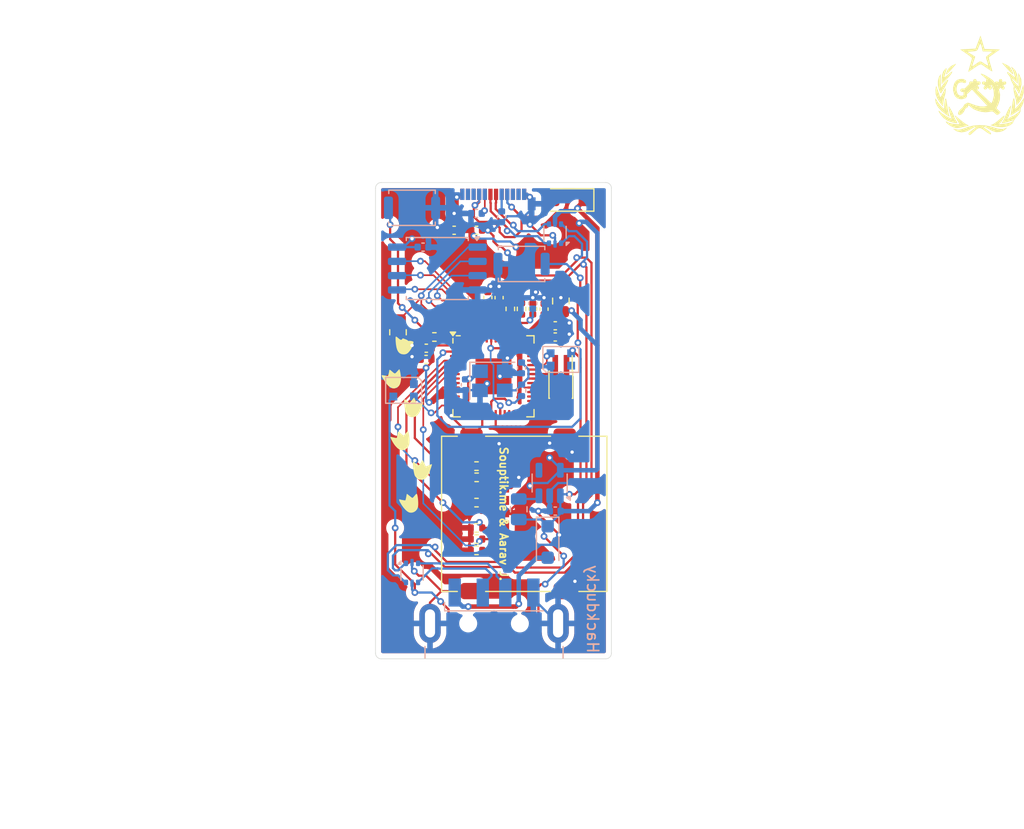
<source format=kicad_pcb>
(kicad_pcb (version 20241229) (generator "pcbnew") (generator_version "9.0")
  (layers (0 "F.Cu" signal) (2 "B.Cu" signal) (13 "F.Paste" user) (15 "B.Paste" user) (5 "F.SilkS" user "F.Silkscreen") (7 "B.SilkS" user "B.Silkscreen") (1 "F.Mask" user) (3 "B.Mask" user) (25 "Edge.Cuts" user))
  (net 0 "")
  (net 1 "GND")
  (net 2 "+1V1")
  (net 3 "+3V3")
  (net 4 "XOUT")
  (net 5 "XIN")
  (net 6 "+5V")
  (net 8 "GP25")
  (net 9 "D+")
  (net 10 "D-")
  (net 11 "Net-(J3-DAT1)")
  (net 12 "Net-(D2-A)")
  (net 13 "Net-(D3-A)")
  (net 14 "Net-(J3-DAT2)")
  (net 18 "Net-(P2-VCONN)")
  (net 19 "Net-(P2-CC)")
  (net 27 "Net-(U4-USB_DP)")
  (net 28 "QSPI_SS")
  (net 29 "Net-(R8-Pad1)")
  (net 30 "Net-(U4-USB_DM)")
  (net 31 "PUSH")
  (net 32 "QSPI_SD3")
  (net 33 "QSPI_SD0")
  (net 34 "QSPI_SD2")
  (net 35 "QSPI_SD1")
  (net 36 "QSPI_SCLK")
  (net 37 "GPIO23")
  (net 38 "GPIO26_ADC3")
  (net 39 "GPIO8")
  (net 40 "GPIO17")
  (net 41 "GPIO24")
  (net 42 "GPIO11")
  (net 43 "RUN")
  (net 44 "GPIO12")
  (net 45 "GPIO13")
  (net 46 "GPIO21")
  (net 47 "GPIO22")
  (net 48 "GPIO14")
  (net 49 "GPIO26_ADC0")
  (net 50 "SWD")
  (net 51 "GPIO9")
  (net 52 "GPIO6")
  (net 53 "GPIO26_ADC1")
  (net 54 "GPIO1")
  (net 55 "GPIO18")
  (net 56 "GPIO10")
  (net 57 "GPIO19")
  (net 58 "GPIO0")
  (net 59 "GPIO15")
  (net 60 "GPIO16")
  (net 61 "GPIO20")
  (net 62 "SWCLK")
  (net 63 "GPIO7")
  (net 64 "Net-(U2-EN)")
  (net 66 "DUPA-")
  (net 67 "DUPA+")
  (net 68 "SD_MISO")
  (net 69 "SD_MOSI")
  (net 70 "SD_CS")
  (net 71 "SD_CLK")
  (net 72 "DUPC-")
  (net 73 "DUPC+")
  (net 74 "Net-(C12-Pad1)")
  (footprint "Resistor_SMD:R_0402_1005Metric" (layer "F.Cu") (at 84.74 77.25)
    (property "Reference" "R8" (hide yes))
    (property "Value" "1k")
  )
  (footprint "LOGO" (layer "F.Cu") (at 82.5 84.75 90)
    (property "Reference" "G***" (hide yes))
    (property "Value" "LOGO" (hide yes))
  )
  (footprint "Resistor_SMD:R_0402_1005Metric" (layer "F.Cu") (at 88.49 95.245)
    (property "Reference" "R17" (hide yes))
    (property "Value" "10k")
  )
  (footprint "Capacitor_SMD:C_0402_1005Metric" (layer "F.Cu") (at 84.02 78.25 180)
    (property "Reference" "C17" (hide yes))
    (property "Value" "100nF")
  )
  (footprint "Capacitor_SMD:C_0805_2012Metric" (layer "F.Cu") (at 96 74.05 -90)
    (property "Reference" "C15" (hide yes))
    (property "Value" "1uF")
  )
  (footprint "Package_DFN_QFN:QFN-56-1EP_7x7mm_P0.4mm_EP3.2x3.2mm" (layer "F.Cu") (at 90 80.75)
    (property "Reference" "U4" (hide yes))
    (property "Value" "RP2040")
  )
  (footprint "Capacitor_SMD:C_0402_1005Metric" (layer "F.Cu") (at 84 79.25 180)
    (property "Reference" "C18" (hide yes))
    (property "Value" "100nF")
  )
  (footprint "kicadlogos:communism" (layer "F.Cu") (at 133.25 55.25)
    (property "Reference" "G***")
    (property "Value" "LOGO" (hide yes))
  )
  (footprint "LOGO" (layer "F.Cu") (at 82.75 65.75)
    (property "Reference" "G***" (hide yes))
    (property "Value" "LOGO" (hide yes))
  )
  (footprint "Connector_USB:USB_C_Plug_Molex_105444" (layer "F.Cu") (at 89.979 64.511)
    (property "Reference" "P2" (hide yes))
    (property "Value" "USB_C_Plug")
  )
  (footprint "Capacitor_SMD:C_0402_1005Metric" (layer "F.Cu") (at 88.5 67.75)
    (property "Reference" "C20" (hide yes))
    (property "Value" "100nF")
  )
  (footprint "Resistor_SMD:R_0402_1005Metric" (layer "F.Cu") (at 92.5 74.75 90)
    (property "Reference" "R22" (hide yes))
    (property "Value" "27.4")
  )
  (footprint "Capacitor_SMD:C_0402_1005Metric" (layer "F.Cu") (at 89.5 73.73 90)
    (property "Reference" "C7" (hide yes))
    (property "Value" "100nF")
  )
  (footprint "Capacitor_SMD:C_0402_1005Metric" (layer "F.Cu") (at 95.5 77.25)
    (property "Reference" "C22" (hide yes))
    (property "Value" "100n")
  )
  (footprint "Resistor_SMD:R_0402_1005Metric" (layer "F.Cu") (at 88.5 89.745)
    (property "Reference" "R20" (hide yes))
    (property "Value" "10k")
  )
  (footprint "Resistor_SMD:R_0805_2012Metric_Pad1.20x1.40mm_HandSolder" (layer "F.Cu") (at 81.5 76.83 90)
    (property "Reference" "R15" (hide yes))
    (property "Value" "DNF")
  )
  (footprint "Resistor_SMD:R_0402_1005Metric" (layer "F.Cu") (at 88.49 94.245)
    (property "Reference" "R18" (hide yes))
    (property "Value" "10k")
  )
  (footprint "Capacitor_SMD:C_0402_1005Metric" (layer "F.Cu") (at 94.5 74.77 90)
    (property "Reference" "C10" (hide yes))
    (property "Value" "1uF")
  )
  (footprint "Connector_Card:microSD_HC_Molex_47219-2001" (layer "F.Cu") (at 92.74 92.995 90)
    (property "Reference" "J3" (hide yes))
    (property "Value" "Micro_SD_Card")
  )
  (footprint "Capacitor_SMD:C_0402_1005Metric" (layer "F.Cu") (at 86.5 67.75 180)
    (property "Reference" "C19" (hide yes))
    (property "Value" "100nF")
  )
  (footprint "Resistor_SMD:R_0402_1005Metric" (layer "F.Cu") (at 91.5 74.75 90)
    (property "Reference" "R7" (hide yes))
    (property "Value" "27.4")
  )
  (footprint "Capacitor_SMD:C_0402_1005Metric" (layer "F.Cu") (at 90.5 73.75 90)
    (property "Reference" "C11" (hide yes))
    (property "Value" "100nF")
  )
  (footprint "LOGO" (layer "F.Cu") (at 81.75 101.25 90)
    (property "Reference" "G***" (hide yes))
    (property "Value" "LOGO" (hide yes))
  )
  (footprint "Connector_PinHeader_1.00mm:PinHeader_2x02_P1.00mm_Vertical_SMD" (layer "F.Cu") (at 96 81.5 -90)
    (property "Reference" "J2" (hide yes))
    (property "Value" "Conn_02x02_Top_Bottom")
  )
  (footprint "Diode_SMD:D_SOD-123F" (layer "F.Cu") (at 96.729 65.051 180)
    (property "Reference" "D2" (hide yes))
    (property "Value" "MBR1020VL" (hide yes))
  )
  (footprint "Resistor_SMD:R_0402_1005Metric" (layer "F.Cu") (at 88.49 91.995)
    (property "Reference" "R19" (hide yes))
    (property "Value" "10k" (hide yes))
  )
  (footprint "Resistor_SMD:R_0402_1005Metric" (layer "F.Cu") (at 88.49 96.245)
    (property "Reference" "R16" (hide yes))
    (property "Value" "10k")
  )
  (footprint "Capacitor_SMD:C_0402_1005Metric" (layer "F.Cu") (at 95.5 76.25)
    (property "Reference" "C21" (hide yes))
    (property "Value" "100nF")
  )
  (footprint "Capacitor_SMD:C_0402_1005Metric" (layer "F.Cu") (at 93.5 74.75 90)
    (property "Reference" "C9" (hide yes))
    (property "Value" "1uF")
  )
  (footprint "Resistor_SMD:R_0402_1005Metric" (layer "F.Cu") (at 88.49 88.745)
    (property "Reference" "R21" (hide yes))
    (property "Value" "10k")
  )
  (footprint "LOGO" (layer "F.Cu") (at 60.25 85)
    (property "Reference" "G***" (hide yes))
    (property "Value" "LOGO" (hide yes))
  )
  (footprint "Capacitor_SMD:C_0402_1005Metric" (layer "B.Cu") (at 87.5 81.5 -90)
    (property "Reference" "C13" (hide yes))
    (property "Value" "15pF")
  )
  (footprint "Capacitor_SMD:C_0402_1005Metric" (layer "B.Cu") (at 92.5 80 -90)
    (property "Reference" "C12" (hide yes))
    (property "Value" "15pF")
  )
  (footprint "Connector_USB:USB_A_CNCTech_1001-011-01101_Horizontal" (layer "B.Cu") (at 90.05 109.65 -90)
    (property "Reference" "J1" (hide yes))
    (property "Value" "USB_A")
  )
  (footprint "Button_Switch_SMD:SW_Push_SPST_NO_Alps_SKRK" (layer "B.Cu") (at 92.5 70.75)
    (property "Reference" "SW4" (hide yes))
    (property "Value" "BOOT_SEL")
  )
  (footprint "Crystal:Crystal_SMD_Abracon_ABM8G-4Pin_3.2x2.5mm" (layer "B.Cu") (at 89.9 81.15)
    (property "Reference" "Y1" (hide yes))
    (property "Value" "Crystal_GND24")
  )
  (footprint "Resistor_SMD:R_0805_2012Metric" (layer "B.Cu") (at 92.25 92.5875 90)
    (property "Reference" "R6" (hide yes))
    (property "Value" "5.1K")
  )
  (footprint "Package_SO:SOIC-8_5.3x5.3mm_P1.27mm" (layer "B.Cu") (at 85 71.155 180)
    (property "Reference" "U1" (hide yes))
    (property "Value" "W25Q16JVSS")
  )
  (footprint "Capacitor_SMD:C_0402_1005Metric" (layer "B.Cu") (at 83.73 69.25)
    (property "Reference" "C16" (hide yes))
    (property "Value" "100n")
  )
  (footprint "Capacitor_SMD:C_0402_1005Metric" (layer "B.Cu") (at 93.5 74.25 90)
    (property "Reference" "C8" (hide yes))
    (property "Value" "100nF")
  )
  (footprint "LED_SMD:LED_WS2812B-2020_PLCC4_2.0x2.0mm" (layer "B.Cu") (at 82 82 180)
    (property "Reference" "D4" (hide yes))
    (property "Value" "WS2812B")
  )
  (footprint "LED_SMD:LED_WS2812B-2020_PLCC4_2.0x2.0mm" (layer "B.Cu") (at 96 79.25)
    (property "Reference" "D1" (hide yes))
    (property "Value" "WS2812B")
  )
  (footprint "Package_TO_SOT_SMD:SOT-666" (layer "B.Cu") (at 95.479 68.051 90)
    (property "Reference" "U5" (hide yes))
    (property "Value" "USBLC6-2P6")
  )
  (footprint "Capacitor_SMD:C_0402_1005Metric" (layer "B.Cu") (at 95.5 92.75 180)
    (property "Reference" "C14" (hide yes))
    (property "Value" "1uF" (hide yes))
  )
  (footprint "Package_TO_SOT_SMD:SOT-666" (layer "B.Cu") (at 82.75 98.25 -90)
    (property "Reference" "U3" (hide yes))
    (property "Value" "USBLC6-2P6")
  )
  (footprint "Capacitor_SMD:C_0402_1005Metric" (layer "B.Cu") (at 90.729 66.551 -90)
    (property "Reference" "R5" (hide yes))
    (property "Value" "5.1K" (hide yes))
  )
  (footprint "Diode_SMD:D_SOD-123F" (layer "B.Cu") (at 94.825 95.5 -90)
    (property "Reference" "D3" (hide yes))
    (property "Value" "MBR1020VL")
  )
  (footprint "Package_TO_SOT_SMD:SOT-23-5" (layer "B.Cu") (at 95 90.25 90)
    (property "Reference" "U2" (hide yes))
    (property "Value" "AP2112K-3.3")
  )
  (footprint "Capacitor_SMD:C_0402_1005Metric" (layer "B.Cu") (at 88.479 66.25 180)
    (property "Reference" "R4" (hide yes))
    (property "Value" "5.1K" (hide yes))
  )
  (footprint "LOGO" (layer "B.Cu") (at 89.25 90.5 180)
    (property "Reference" "G***" (hide yes))
    (property "Value" "LOGO" (hide yes))
  )
  (footprint "Button_Switch_SMD:SW_Push_SPST_NO_Alps_SKRK" (layer "B.Cu") (at 82.75 65.75 180)
    (property "Reference" "SW3" (hide yes))
    (property "Value" "BOOT_SEL")
  )
  (footprint "Resistor_SMD:R_0402_1005Metric" (layer "B.Cu") (at 92.5 82 90)
    (property "Reference" "R9" (hide yes))
    (property "Value" "1k")
  )
  (gr_line (start 79.5 105.4) (end 79.5 64) (stroke (width 0.05)) (layer "Edge.Cuts"))
  (gr_arc (start 80 105.9) (mid 79.646447 105.753553) (end 79.5 105.4) (stroke (width 0.05)) (layer "Edge.Cuts"))
  (gr_line (start 100.5 64) (end 100.5 105.4) (stroke (width 0.05)) (layer "Edge.Cuts"))
  (gr_line (start 100 105.9) (end 80 105.9) (stroke (width 0.05)) (layer "Edge.Cuts"))
  (gr_arc (start 79.5 64) (mid 79.646447 63.646447) (end 80 63.5) (stroke (width 0.05)) (layer "Edge.Cuts"))
  (gr_arc (start 100.5 105.4) (mid 100.353553 105.753553) (end 100 105.9) (stroke (width 0.05)) (layer "Edge.Cuts"))
  (gr_arc (start 100 63.5) (mid 100.353553 63.646447) (end 100.5 64) (stroke (width 0.05)) (layer "Edge.Cuts"))
  (gr_line (start 80 63.5) (end 100 63.5) (stroke (width 0.05)) (layer "Edge.Cuts"))
  (gr_text "Souptik.me & Aarav J." (at 90.5 93 -90) (layer "F.SilkS") (effects (font (size 0.7 0.7)) (justify bottom)))
  (gr_text "Hackducky\n" (at 98.25 105.5 270) (layer "B.SilkS") (effects (font (size 1 1)) (justify left bottom mirror)))
  (segment (start 83.02 78.25) (end 82.77 78) (width 0.2) (layer "F.Cu") (net 1))
  (segment (start 90.64 90.7) (end 91.59 90.7) (width 0.2) (layer "F.Cu") (net 1))
  (segment (start 90.45 69.2) (end 90.7 69.2) (width 0.2) (layer "F.Cu") (net 1))
  (segment (start 96.34 86.16) (end 96.34 86.12) (width 0.2) (layer "F.Cu") (net 1))
  (segment (start 82.77 78) (end 82.75 78) (width 0.2) (layer "F.Cu") (net 1))
  (segment (start 84.35 100.89) (end 85.37 99.87) (width 0.2) (layer "F.Cu") (net 1))
  (segment (start 89 84.1875) (end 89 85.16) (width 0.2) (layer "F.Cu") (net 1))
  (segment (start 94.22373 68.19973) (end 93.25 67.226) (width 0.2) (layer "F.Cu") (net 1))
  (segment (start 96.34 86.12) (end 96.34 86.84) (width 0.2) (layer "F.Cu") (net 1))
  (segment (start 90.5 73.27) (end 90.5 72.75) (width 0.2) (layer "F.Cu") (net 1))
  (segment (start 97.25 99) (end 97.21 99) (width 0.2) (layer "F.Cu") (net 1))
  (segment (start 86.559 65.391) (end 86.559 66.191) (width 0.3) (layer "F.Cu") (net 1))
  (segment (start 92.729 64.551) (end 92.979 64.551) (width 0.3) (layer "F.Cu") (net 1))
  (segment (start 82.948326 98.098857) (end 83.349469 98.5) (width 0.2) (layer "F.Cu") (net 1))
  (segment (start 95.98 77.25) (end 96.5 77.25) (width 0.2) (layer "F.Cu") (net 1))
  (segment (start 96.5 77.25) (end 96.75 77) (width 0.2) (layer "F.Cu") (net 1))
  (segment (start 87.76 100.5) (end 87.700435 100.5) (width 0.15) (layer "F.Cu") (net 1))
  (segment (start 86.02 67.75) (end 85.25 67.75) (width 0.2) (layer "F.Cu") (net 1))
  (segment (start 89.5 73) (end 89.75 72.75) (width 0.2) (layer "F.Cu") (net 1))
  (segment (start 86.559 64.971) (end 86.729 64.801) (width 0.3) (layer "F.Cu") (net 1))
  (segment (start 95.875 94.875) (end 94 93) (width 0.2) (layer "F.Cu") (net 1))
  (segment (start 85.25 67.75) (end 85 67.5) (width 0.2) (layer "F.Cu") (net 1))
  (segment (start 89.87 86.12) (end 90.5 86.75) (width 0.2) (layer "F.Cu") (net 1))
  (segment (start 87.229 64.551) (end 86.979 64.551) (width 0.3) (layer "F.Cu") (net 1))
  (segment (start 83.52 79.25) (end 83.02 79.25) (width 0.2) (layer "F.Cu") (net 1))
  (segment (start 95.275342 68.19973) (end 94.22373 68.19973) (width 0.2) (layer "F.Cu") (net 1))
  (segment (start 91.59 90.7) (end 92.25 90.04) (width 0.2) (layer "F.Cu") (net 1))
  (segment (start 87.700435 100.5) (end 87.51 100.309565) (width 0.15) (layer "F.Cu") (net 1))
  (segment (start 83.02 79.25) (end 82.77 79) (width 0.2) (layer "F.Cu") (net 1))
  (segment (start 90 68.25) (end 90 68.75) (width 0.2) (layer "F.Cu") (net 1))
  (segment (start 97.21 99) (end 96.34 99.87) (width 0.2) (layer "F.Cu") (net 1))
  (segment (start 89.5 67.75) (end 88.98 67.75) (width 0.2) (layer "F.Cu") (net 1))
  (segment (start 83.54 78.25) (end 83.02 78.25) (width 0.2) (layer "F.Cu") (net 1))
  (segment (start 86.25 84.25) (end 86.25 84.33) (width 0.2) (layer "F.Cu") (net 1))
  (segment (start 90.7 69.2) (end 91.25 69.75) (width 0.2) (layer "F.Cu") (net 1))
  (segment (start 86.559 66.191) (end 86.5 66.25) (width 0.3) (layer "F.Cu") (net 1))
  (segment (start 92.979 64.551) (end 93.229 64.801) (width 0.3) (layer "F.Cu") (net 1))
  (segment (start 88.04 86.12) (end 89.87 86.12) (width 0.2) (layer "F.Cu") (net 1))
  (segment (start 86.559 65.391) (end 86.559 64.971) (width 0.3) (layer "F.Cu") (net 1))
  (segment (start 84 98.5) (end 85.37 99.87) (width 0.2) (layer "F.Cu") (net 1))
  (segment (start 95.75 100.46) (end 96.34 99.87) (width 0.2) (layer "F.Cu") (net 1))
  (segment (start 94.5 74.29) (end 94.5 73.75) (width 0.2) (layer "F.Cu") (net 1))
  (segment (start 84.35 102.75) (end 84.35 100.89) (width 0.2) (layer "F.Cu") (net 1))
  (segment (start 85.37 99.87) (end 88.04 99.87) (width 0.2) (layer "F.Cu") (net 1))
  (segment (start 86.979 64.551) (end 86.729 64.801) (width 0.3) (layer "F.Cu") (net 1))
  (segment (start 89.924998 81.400002) (end 90.575 80.75) (width 0.2) (layer "F.Cu") (net 1))
  (segment (start 94 93) (end 94 92.75) (width 0.2) (layer "F.Cu") (net 1))
  (segment (start 95.98 76.25) (end 96.5 76.25) (width 0.2) (layer "F.Cu") (net 1))
  (segment (start 96.34 86.84) (end 97 87.5) (width 0.2) (layer "F.Cu") (net 1))
  (segment (start 96.5 76.25) (end 96.75 76) (width 0.2) (layer "F.Cu") (net 1))
  (segment (start 89.425 81.400002) (end 89.924998 81.400002) (width 0.2) (layer "F.Cu") (net 1))
  (segment (start 89.5 67.75) (end 90 68.25) (width 0.2) (layer "F.Cu") (net 1))
  (segment (start 95.700735 86.700735) (end 96.24147 86.16) (width 0.2) (layer "F.Cu") (net 1))
  (segment (start 93.5 74.27) (end 93.5 73.75) (width 0.2) (layer "F.Cu") (net 1))
  (segment (start 90 68.75) (end 90.45 69.2) (width 0.2) (layer "F.Cu") (net 1))
  (segment (start 95.75 102.75) (end 95.75 100.46) (width 0.2) (layer "F.Cu") (net 1))
  (segment (start 89 85.16) (end 88.04 86.12) (width 0.2) (layer "F.Cu") (net 1))
  (segment (start 92.25 90.04) (end 92.25 89.75) (width 0.2) (layer "F.Cu") (net 1))
  (segment (start 83.349469 98.5) (end 84 98.5) (width 0.2) (layer "F.Cu") (net 1))
  (segment (start 82.77 79) (end 82.75 79) (width 0.2) (layer "F.Cu") (net 1))
  (segment (start 89.5 73.25) (end 89.5 73) (width 0.2) (layer "F.Cu") (net 1))
  (segment (start 86.25 84.33) (end 88.04 86.12) (width 0.2) (layer "F.Cu") (net 1))
  (segment (start 95 86.700735) (end 95.700735 86.700735) (width 0.2) (layer "F.Cu") (net 1))
  (segment (start 96.24147 86.16) (end 96.34 86.16) (width 0.2) (layer "F.Cu") (net 1))
  (segment (start 96 73.75) (end 96 73.1) (width 0.2) (layer "F.Cu") (net 1))
  (via (at 90.5 72.75) (size 0.6) (drill 0.3) (layers "F.Cu" "B.Cu") (net 1))
  (via (at 97.25 99) (size 0.6) (drill 0.3) (layers "F.Cu" "B.Cu") (net 1))
  (via (at 93.229 64.801) (size 0.6) (drill 0.3) (layers "F.Cu" "B.Cu") (net 1))
  (via (at 96 73.75) (size 0.6) (drill 0.3) (layers "F.Cu" "B.Cu") (net 1))
  (via (at 93.5 73.75) (size 0.6) (drill 0.3) (layers "F.Cu" "B.Cu") (net 1))
  (via (at 82.75 78) (size 0.6) (drill 0.3) (layers "F.Cu" "B.Cu") (net 1))
  (via (at 92.25 89.75) (size 0.6) (drill 0.3) (layers "F.Cu" "B.Cu") (net 1))
  (via (at 94.5 73.75) (size 0.6) (drill 0.3) (layers "F.Cu" "B.Cu") (net 1))
  (via (at 95 86.700735) (size 0.6) (drill 0.3) (layers "F.Cu" "B.Cu") (net 1))
  (via (at 91.25 69.75) (size 0.6) (drill 0.3) (layers "F.Cu" "B.Cu") (net 1))
  (via (at 91.24 79.13) (size 0.6) (drill 0.3) (layers "F.Cu" "B.Cu") (net 1))
  (via (at 90.575 80.75) (size 0.6) (drill 0.3) (layers "F.Cu" "B.Cu") (net 1))
  (via (at 86.5 66.25) (size 0.6) (drill 0.3) (layers "F.Cu" "B.Cu") (net 1))
  (via (at 89.75 72.75) (size 0.6) (drill 0.3) (layers "F.Cu" "B.Cu") (net 1))
  (via (at 96.75 77) (size 0.6) (drill 0.3) (layers "F.Cu" "B.Cu") (net 1))
  (via (at 86.729 64.801) (size 0.6) (drill 0.3) (layers "F.Cu" "B.Cu") (net 1))
  (via (at 90.5 86.75) (size 0.6) (drill 0.3) (layers "F.Cu" "B.Cu") (net 1))
  (via (at 96.75 76) (size 0.6) (drill 0.3) (layers "F.Cu" "B.Cu") (net 1))
  (via (at 86.25 84.25) (size 0.6) (drill 0.3) (layers "F.Cu" "B.Cu") (net 1))
  (via (at 89.5 67.75) (size 0.6) (drill 0.3) (layers "F.Cu" "B.Cu") (net 1))
  (via (at 85 67.5) (size 0.6) (drill 0.3) (layers "F.Cu" "B.Cu") (net 1))
  (via (at 97 87.5) (size 0.6) (drill 0.3) (layers "F.Cu" "B.Cu") (net 1))
  (via (at 82.75 79) (size 0.6) (drill 0.3) (layers "F.Cu" "B.Cu") (net 1))
  (via (at 95.275342 68.19973) (size 0.6) (drill 0.3) (layers "F.Cu" "B.Cu") (net 1))
  (via (at 94 92.75) (size 0.6) (drill 0.3) (layers "F.Cu" "B.Cu") (net 1))
  (via (at 95.875 94.875) (size 0.6) (drill 0.3) (layers "F.Cu" "B.Cu") (net 1))
  (via (at 93.75 73.25) (size 0.6) (drill 0.3) (layers "F.Cu" "B.Cu") (net 1))
  (via (at 93.25 67.226) (size 0.6) (drill 0.3) (layers "F.Cu" "B.Cu") (net 1))
  (via (at 82.948326 98.098857) (size 0.6) (drill 0.3) (layers "F.Cu" "B.Cu") (net 1))
  (via (at 89.425 81.400002) (size 0.6) (drill 0.3) (layers "F.Cu" "B.Cu") (net 1))
  (segment (start 85 67.5) (end 84.75 67.25) (width 0.2) (layer "B.Cu") (net 1))
  (segment (start 93.5 73.5) (end 93.75 73.25) (width 0.2) (layer "B.Cu") (net 1))
  (segment (start 94.950735 86.75) (end 90.5 86.75) (width 0.2) (layer "B.Cu") (net 1))
  (segment (start 93.5 73.75) (end 93.5 73.5) (width 0.2) (layer "B.Cu") (net 1))
  (segment (start 91.24 78.76) (end 91.25 78.75) (width 0.2) (layer "B.Cu") (net 1))
  (segment (start 97 87.5) (end 97 87.75) (width 0.2) (layer "B.Cu") (net 1))
  (segment (start 97.5 96.5) (end 97.5 98.75) (width 0.2) (layer "B.Cu") (net 1))
  (segment (start 93.399 65.391) (end 93.399 64.971) (width 0.3) (layer "B.Cu") (net 1))
  (segment (start 93.55 100) (end 93.55 100.55) (width 0.2) (layer "B.Cu") (net 1))
  (segment (start 92.25 89.75) (end 92.25 88.5) (width 0.2) (layer "B.Cu") (net 1))
  (segment (start 87.5 84.25) (end 86.25 84.25) (width 0.2) (layer "B.Cu") (net 1))
  (segment (start 97.5 98.75) (end 97.25 99) (width 0.2) (layer "B.Cu") (net 1))
  (segment (start 95.02 92.75) (end 94 92.75) (width 0.2) (layer "B.Cu") (net 1))
  (segment (start 93.399 64.971) (end 93.229 64.801) (width 0.3) (layer "B.Cu") (net 1))
  (segment (start 91.24 80.06) (end 91 80.3) (width 0.2) (layer "B.Cu") (net 1))
  (segment (start 90.729 67.031) (end 91.25 66.51) (width 0.2) (layer "B.Cu") (net 1))
  (segment (start 86.979 64.551) (end 86.729 64.801) (width 0.3) (layer "B.Cu") (net 1))
  (segment (start 96.25 95.75) (end 95.75 95.75) (width 0.2) (layer "B.Cu") (net 1))
  (segment (start 90.719 67.031) (end 90.729 67.031) (width 0.2) (layer "B.Cu") (net 1))
  (segment (start 95 86.700735) (end 94.950735 86.75) (width 0.2) (layer "B.Cu") (net 1))
  (segment (start 92.5 80.48) (end 91.18 80.48) (width 0.2) (layer "B.Cu") (net 1))
  (segment (start 95 91.3875) (end 95 91) (width 0.2) (layer "B.Cu") (net 1))
  (segment (start 95 91) (end 95.5 90.5) (width 0.2) (layer "B.Cu") (net 1))
  (segment (start 89.5 67.75) (end 90 67.75) (width 0.2) (layer "B.Cu") (net 1))
  (segment (start 93.25 65.54) (end 93.399 65.391) (width 0.2) (layer "B.Cu") (net 1))
  (segment (start 95.02 92.75) (end 95.02 91.4075) (width 0.2) (layer "B.Cu") (net 1))
  (segment (start 92.75 66.5) (end 93.25 66) (width 0.2) (layer "B.Cu") (net 1))
  (segment (start 88.8 82) (end 88.825002 82) (width 0.2) (layer "B.Cu") (net 1))
  (segment (start 95.479 68.403388) (end 95.275342 68.19973) (width 0.2) (layer "B.Cu") (net 1))
  (segment (start 96.5 95.5) (end 97.5 96.5) (width 0.2) (layer "B.Cu") (net 1))
  (segment (start 93.55 100.55) (end 95.75 102.75) (width 0.2) (layer "B.Cu") (net 1))
  (segment (start 91 80.325) (end 90.575 80.75) (width 0.2) (layer "B.Cu") (net 1))
  (segment (start 93.25 66) (end 93.25 65.54) (width 0.2) (layer "B.Cu") (net 1))
  (segment (start 97 87.75) (end 97.25 88) (width 0.2) (layer "B.Cu") (net 1))
  (segment (start 87.5 81.98) (end 88.78 81.98) (width 0.2) (layer "B.Cu") (net 1))
  (segment (start 87.229 64.551) (end 86.979 64.551) (width 0.3) (layer "B.Cu") (net 1))
  (segment (start 95.479 69.174358) (end 95.479 68.976) (width 0.2) (layer "B.Cu") (net 1))
  (segment (start 92.75 66.5) (end 93.25 67) (width 0.2) (layer "B.Cu") (net 1))
  (segment (start 92.729 64.551) (end 92.979 64.551) (width 0.3) (layer "B.Cu") (net 1))
  (segment (start 91.24 79.13) (end 91.24 80.06) (width 0.2) (layer "B.Cu") (net 1))
  (segment (start 88.825002 82) (end 89.425 81.400002) (width 0.2) (layer "B.Cu") (net 1))
  (segment (start 93.25 67) (end 93.25 67.226) (width 0.2) (layer "B.Cu") (net 1))
  (segment (start 84.75 69.25) (end 85.25 69.75) (width 0.2) (layer "B.Cu") (net 1))
  (segment (start 91 80.3) (end 91 80.325) (width 0.2) (layer "B.Cu") (net 1))
  (segment (start 88.78 81.98) (end 88.8 82) (width 0.2) (layer "B.Cu") (net 1))
  (segment (start 95.875 94.875) (end 96.5 95.5) (width 0.2) (layer "B.Cu") (net 1))
  (segment (start 84.21 69.25) (end 84.21 69.31865) (width 0.2) (layer "B.Cu") (net 1))
  (segment (start 95.479 68.976) (end 95.479 68.403388) (width 0.2) (layer "B.Cu") (net 1))
  (segment (start 95.5 90.5) (end 95.75 90.25) (width 0.2) (layer "B.Cu") (net 1))
  (segment (start 88.8 82.95) (end 87.5 84.25) (width 0.2) (layer "B.Cu") (net 1))
  (segment (start 91.25 66.51) (end 91.25 66.5) (width 0.2) (layer "B.Cu") (net 1))
  (segment (start 91.25 66.5) (end 92.75 66.5) (width 0.2) (layer "B.Cu") (net 1))
  (segment (start 93.25 67.226) (end 93.25 66) (width 0.2) (layer "B.Cu") (net 1))
  (segment (start 95.75 90.25) (end 97 90.25) (width 0.2) (layer "B.Cu") (net 1))
  (segment (start 90 67.75) (end 90.719 67.031) (width 0.2) (layer "B.Cu") (net 1))
  (segment (start 95.02 91.4075) (end 95 91.3875) (width 0.2) (layer "B.Cu") (net 1))
  (segment (start 91.18 80.48) (end 91 80.3) (width 0.2) (layer "B.Cu") (net 1))
  (segment (start 88.8 82) (end 88.8 82.95) (width 0.2) (layer "B.Cu") (net 1))
  (segment (start 84.21 69.25) (end 84.75 69.25) (width 0.2) (layer "B.Cu") (net 1))
  (segment (start 84.75 67.25) (end 84.75 67) (width 0.2) (layer "B.Cu") (net 1))
  (segment (start 91.24 79.13) (end 91.24 78.76) (width 0.2) (layer "B.Cu") (net 1))
  (segment (start 96.5 95.5) (end 96.25 95.75) (width 0.2) (layer "B.Cu") (net 1))
  (segment (start 92.979 64.551) (end 93.229 64.801) (width 0.3) (layer "B.Cu") (net 1))
  (segment (start 82.75 97.900531) (end 82.948326 98.098857) (width 0.2) (layer "B.Cu") (net 1))
  (segment (start 82.75 97.325) (end 82.75 97.900531) (width 0.2) (layer "B.Cu") (net 1))
  (segment (start 95.75 95.75) (end 93.5 95.75) (width 0.2) (layer "B.Cu") (net 1))
  (segment (start 93.5 75.49326) (end 93.24663 75.74663) (width 0.2) (layer "F.Cu") (net 2))
  (segment (start 93.24663 75.74663) (end 93.24663 75.75337) (width 0.2) (layer "F.Cu") (net 2))
  (segment (start 89.8 78.2) (end 89.75 78.25) (width 0.15) (layer "F.Cu") (net 2))
  (segment (start 93 76) (end 92.5 76) (width 0.2) (layer "F.Cu") (net 2))
  (segment (start 91.8 78.2) (end 91.75 78.25) (width 0.2) (layer "F.Cu") (net 2))
  (segment (start 90.6 84.1875) (end 90.6 83.375923) (width 0.2) (layer "F.Cu") (net 2))
  (segment (start 91.75 78.25) (end 89.75 78.25) (width 0.2) (layer "F.Cu") (net 2))
  (segment (start 89.8 77.3125) (end 89.8 78.2) (width 0.15) (layer "F.Cu") (net 2))
  (segment (start 91.8 77.3125) (end 91.8 78.2) (width 0.2) (layer "F.Cu") (net 2))
  (segment (start 93.24663 75.75337) (end 93 76) (width 0.2) (layer "F.Cu") (net 2))
  (segment (start 89.8 75.8) (end 89.8 77.3125) (width 0.2) (layer "F.Cu") (net 2))
  (segment (start 93.5 75.23) (end 93.5 75.49326) (width 0.2) (layer "F.Cu") (net 2))
  (segment (start 92.5 76) (end 91.8 76.7) (width 0.2) (layer "F.Cu") (net 2))
  (segment (start 89.5 74.21) (end 89.5 75.5) (width 0.2) (layer "F.Cu") (net 2))
  (segment (start 89.5 75.5) (end 89.8 75.8) (width 0.2) (layer "F.Cu") (net 2))
  (segment (start 90.6 83.375923) (end 90.605458 83.370465) (width 0.2) (layer "F.Cu") (net 2))
  (segment (start 91.8 76.7) (end 91.8 77.3125) (width 0.2) (layer "F.Cu") (net 2))
  (via (at 89.75 78.25) (size 0.6) (drill 0.3) (layers "F.Cu" "B.Cu") (net 2))
  (via (at 93.24663 75.74663) (size 0.6) (drill 0.3) (layers "F.Cu" "B.Cu") (net 2))
  (via (at 90.605458 83.370465) (size 0.6) (drill 0.3) (layers "F.Cu" "B.Cu") (net 2))
  (segment (start 90 79.75) (end 90 82.765007) (width 0.15) (layer "B.Cu") (net 2))
  (segment (start 90 82.765007) (end 90.605458 83.370465) (width 0.15) (layer "B.Cu") (net 2))
  (segment (start 89.75 79.5) (end 90 79.75) (width 0.15) (layer "B.Cu") (net 2))
  (segment (start 93.5 74.73) (end 93.5 75.49326) (width 0.2) (layer "B.Cu") (net 2))
  (segment (start 93.5 75.49326) (end 93.24663 75.74663) (width 0.2) (layer "B.Cu") (net 2))
  (segment (start 89.75 78.25) (end 89.75 79.5) (width 0.15) (layer "B.Cu") (net 2))
  (segment (start 90.6 75.45) (end 90.2 75.85) (width 0.2) (layer "F.Cu") (net 3))
  (segment (start 87.98 91.995) (end 88.885 92.9) (width 0.2) (layer "F.Cu") (net 3))
  (segment (start 92.25 70) (end 92 70.25) (width 0.2) (layer "F.Cu") (net 3))
  (segment (start 94.5 77.25) (end 95.02 77.25) (width 0.3) (layer "F.Cu") (net 3))
  (segment (start 92.25 70) (end 92.25 69.5) (width 0.2) (layer "F.Cu") (net 3))
  (segment (start 95.02 77.25) (end 95.02 77.27) (width 0.2) (layer "F.Cu") (net 3))
  (segment (start 95.02 76.25) (end 95.02 77.25) (width 0.2) (layer "F.Cu") (net 3))
  (segment (start 92.6 77.3125) (end 94.5 75.4125) (width 0.3) (layer "F.Cu") (net 3))
  (segment (start 90.6 75) (end 90.6 77.3125) (width 0.2) (layer "F.Cu") (net 3))
  (segment (start 84.48 79.25) (end 84.48 79.02) (width 0.2) (layer "F.Cu") (net 3))
  (segment (start 85.5 81.75) (end 86.5625 81.75) (width 0.2) (layer "F.Cu") (net 3))
  (segment (start 90.52 74.23) (end 90.5 74.23) (width 0.2) (layer "F.Cu") (net 3))
  (segment (start 93 91.192) (end 91.292 92.9) (width 0.2) (layer "F.Cu") (net 3))
  (segment (start 84.275 83.071268) (end 84.4 82.946268) (width 0.2) (layer "F.Cu") (net 3))
  (segment (start 94.5 75.4125) (end 94.5 75.25) (width 0.3) (layer "F.Cu") (net 3))
  (segment (start 90.6 75) (end 90.6 74.33) (width 0.2) (layer "F.Cu") (net 3))
  (segment (start 84.5 79) (end 84.5 79.23) (width 0.2) (layer "F.Cu") (net 3))
  (segment (start 93.14375 77.85625) (end 93.89375 77.85625) (width 0.3) (layer "F.Cu") (net 3))
  (segment (start 96.75 69.5) (end 96.25 70) (width 0.2) (layer "F.Cu") (net 3))
  (segment (start 84.4 82.85) (end 85.5 81.75) (width 0.2) (layer "F.Cu") (net 3))
  (segment (start 92 72) (end 91.111 72.889) (width 0.2) (layer "F.Cu") (net 3))
  (segment (start 92.6 77.3125) (end 92.251 77.3125) (width 0.3) (layer "F.Cu") (net 3))
  (segment (start 90.6 75) (end 90.6 75.45) (width 0.2) (layer "F.Cu") (net 3))
  (segment (start 91.292 92.9) (end 90.64 92.9) (width 0.2) (layer "F.Cu") (net 3))
  (segment (start 92 70.25) (end 92 72) (width 0.2) (layer "F.Cu") (net 3))
  (segment (start 95.75 75.25) (end 96 75) (width 0.3) (layer "F.Cu") (net 3))
  (segment (start 88.885 92.9) (end 90.64 92.9) (width 0.2) (layer "F.Cu") (net 3))
  (segment (start 95 88) (end 93 86) (width 0.2) (layer "F.Cu") (net 3))
  (segment (start 94.5 75.25) (end 95.75 75.25) (width 0.3) (layer "F.Cu") (net 3))
  (segment (start 93 86) (end 91 86) (width 0.2) (layer "F.Cu") (net 3))
  (segment (start 91.111 72.889) (end 91.111 73.639) (width 0.2) (layer "F.Cu") (net 3))
  (segment (start 93 90.75) (end 93 91.192) (width 0.2) (layer "F.Cu") (net 3))
  (segment (start 92.5 78.25) (end 93.01875 77.73125) (width 0.15) (layer "F.Cu") (net 3))
  (segment (start 96.95 74.9) (end 96.85 75) (width 0.3) (layer "F.Cu") (net 3))
  (segment (start 96.85 75) (end 96 75) (width 0.3) (layer "F.Cu") (net 3))
  (segment (start 86.4125 78) (end 86.5625 78.15) (width 0.2) (layer "F.Cu") (net 3))
  (segment (start 93.25 90.5) (end 93 90.75) (width 0.2) (layer "F.Cu") (net 3))
  (segment (start 84.75 78) (end 86.4125 78) (width 0.2) (layer "F.Cu") (net 3))
  (segment (start 88.25 68.25) (end 88.25 67.98) (width 0.2) (layer "F.Cu") (net 3))
  (segment (start 90.2 85.2) (end 90.2 84.1875) (width 0.2) (layer "F.Cu") (net 3))
  (segment (start 90.6 74.33) (end 90.5 74.23) (width 0.2) (layer "F.Cu") (net 3))
  (segment (start 84.48 79.52) (end 84.48 79.25) (width 0.2) (layer "F.Cu") (net 3))
  (segment (start 88.25 67.98) (end 88.02 67.75) (width 0.2) (layer "F.Cu") (net 3))
  (segment (start 92.75 81.75) (end 92.5 81.5) (width 0.15) (layer "F.Cu") (net 3))
  (segment (start 84.6 78.15) (end 84.75 78) (width 0.2) (layer "F.Cu") (net 3))
  (segment (start 93.3865 78.099) (end 93.4375 78.099) (width 0.3) (layer "F.Cu") (net 3))
  (segment (start 96.75 68) (end 96.75 69.5) (width 0.2) (layer "F.Cu") (net 3))
  (segment (start 91.111 73.639) (end 90.52 74.23) (width 0.2) (layer "F.Cu") (net 3))
  (segment (start 93.4375 81.75) (end 92.75 81.75) (width 0.15) (layer "F.Cu") (net 3))
  (segment (start 93.89375 77.85625) (end 94.5 77.25) (width 0.3) (layer "F.Cu") (net 3))
  (segment (start 92.5 81.5) (end 92.5 78.25) (width 0.15) (layer "F.Cu") (net 3))
  (segment (start 84.4 82.946268) (end 84.4 82.85) (width 0.2) (layer "F.Cu") (net 3))
  (segment (start 96.25 70) (end 92.25 70) (width 0.2) (layer "F.Cu") (net 3))
  (segment (start 91 86) (end 90.2 85.2) (width 0.2) (layer "F.Cu") (net 3))
  (segment (start 90.2 75.85) (end 90.2 77.3125) (width 0.2) (layer "F.Cu") (net 3))
  (segment (start 93.01875 77.73125) (end 93.14375 77.85625) (width 0.3) (layer "F.Cu") (net 3))
  (segment (start 93.14375 77.85625) (end 93.3865 78.099) (width 0.3) (layer "F.Cu") (net 3))
  (segment (start 92.25 69.5) (end 92 69.25) (width 0.2) (layer "F.Cu") (net 3))
  (segment (start 97.625 67.125) (end 96.75 68) (width 0.2) (layer "F.Cu") (net 3))
  (segment (start 84.48 79.02) (end 84.5 79) (width 0.2) (layer "F.Cu") (net 3))
  (segment (start 95.02 77.27) (end 95.5 77.75) (width 0.2) (layer "F.Cu") (net 3))
  (segment (start 84.5 78.25) (end 84.5 79) (width 0.2) (layer "F.Cu") (net 3))
  (segment (start 84 80) (end 84.48 79.52) (width 0.2) (layer "F.Cu") (net 3))
  (segment (start 92.6 77.3125) (end 93.01875 77.73125) (width 0.3) (layer "F.Cu") (net 3))
  (segment (start 88.02 67.75) (end 86.98 67.75) (width 0.2) (layer "F.Cu") (net 3))
  (via (at 92 69.25) (size 0.6) (drill 0.3) (layers "F.Cu" "B.Cu") (net 3))
  (via (at 93.25 90.5) (size 0.6) (drill 0.3) (layers "F.Cu" "B.Cu") (net 3))
  (via (at 82.75 68.5) (size 0.6) (drill 0.3) (layers "F.Cu" "B.Cu") (net 3))
  (via (at 95 88) (size 0.6) (drill 0.3) (layers "F.Cu" "B.Cu") (net 3))
  (via (at 84 80) (size 0.6) (drill 0.3) (layers "F.Cu" "B.Cu") (net 3))
  (via (at 84.275 83.071268) (size 0.6) (drill 0.3) (layers "F.Cu" "B.Cu") (net 3))
  (via (at 97.625 67.125) (size 0.6) (drill 0.3) (layers "F.Cu" "B.Cu") (net 3))
  (via (at 96.95 74.9) (size 0.6) (drill 0.3) (layers "F.Cu" "B.Cu") (net 3))
  (via (at 88.25 68.25) (size 0.6) (drill 0.3) (layers "F.Cu" "B.Cu") (net 3))
  (segment (start 88.25 68.25) (end 88.5 68.5) (width 0.2) (layer "B.Cu") (net 3))
  (segment (start 99.25 68) (end 99.25 78) (width 0.4) (layer "B.Cu") (net 3))
  (segment (start 99.25 78) (end 99.25 89) (width 0.4) (layer "B.Cu") (net 3))
  (segment (start 96.95 74.9) (end 96.95 74.95) (width 0.4) (layer "B.Cu") (net 3))
  (segment (start 97.75 67) (end 98.25 67) (width 0.4) (layer "B.Cu") (net 3))
  (segment (start 99.25 89) (end 99.1375 89.1125) (width 0.4) (layer "B.Cu") (net 3))
  (segment (start 81.4125 69.25) (end 82 69.25) (width 0.2) (layer "B.Cu") (net 3))
  (segment (start 88.5 68.5) (end 90 68.5) (width 0.2) (layer "B.Cu") (net 3))
  (segment (start 95 88) (end 95.95 88.95) (width 0.2) (layer "B.Cu") (net 3))
  (segment (start 97.75 75.75) (end 97.75 76.5) (width 0.4) (layer "B.Cu") (net 3))
  (segment (start 82 69.25) (end 82.75 68.5) (width 0.2) (layer "B.Cu") (net 3))
  (segment (start 97.75 76.5) (end 99.25 78) (width 0.4) (layer "B.Cu") (net 3))
  (segment (start 81.4125 69.25) (end 83.25 69.25) (width 0.2) (layer "B.Cu") (net 3))
  (segment (start 95.95 88.95) (end 95.95 89.1125) (width 0.2) (layer "B.Cu") (net 3))
  (segment (start 98.25 67) (end 99.25 68) (width 0.4) (layer "B.Cu") (net 3))
  (segment (start 93.25 90.5) (end 93.5 90.25) (width 0.2) (layer "B.Cu") (net 3))
  (segment (start 84.275 83.071268) (end 84.071268 83.071268) (width 0.2) (layer "B.Cu") (net 3))
  (segment (start 93.5 90.25) (end 94.8125 90.25) (width 0.2) (layer "B.Cu") (net 3))
  (segment (start 99.1375 89.1125) (end 95.95 89.1125) (width 0.4) (layer "B.Cu") (net 3))
  (segment (start 84 83) (end 84 80) (width 0.2) (layer "B.Cu") (net 3))
  (segment (start 90.25 68.75) (end 91.5 68.75) (width 0.2) (layer "B.Cu") (net 3))
  (segment (start 91.5 68.75) (end 92 69.25) (width 0.2) (layer "B.Cu") (net 3))
  (segment (start 96.95 74.95) (end 97.75 75.75) (width 0.4) (layer "B.Cu") (net 3))
  (segment (start 90 68.5) (end 90.25 68.75) (width 0.2) (layer "B.Cu") (net 3))
  (segment (start 84.071268 83.071268) (end 84 83) (width 0.2) (layer "B.Cu") (net 3))
  (segment (start 97.625 67.125) (end 97.75 67) (width 0.4) (layer "B.Cu") (net 3))
  (segment (start 94.8125 90.25) (end 95.95 89.1125) (width 0.2) (layer "B.Cu") (net 3))
  (segment (start 89.8 83.007109) (end 89.8 84.1875) (width 0.2) (layer "F.Cu") (net 4))
  (segment (start 90.057109 82.75) (end 89.8 83.007109) (width 0.2) (layer "F.Cu") (net 4))
  (segment (start 91.358353 83.100002) (end 91.008351 82.75) (width 0.2) (layer "F.Cu") (net 4))
  (segment (start 91.008351 82.75) (end 90.057109 82.75) (width 0.2) (layer "F.Cu") (net 4))
  (via (at 91.358353 83.100002) (size 0.6) (drill 0.3) (layers "F.Cu" "B.Cu") (net 4))
  (segment (start 91.358353 83.100002) (end 91.909998 83.100002) (width 0.2) (layer "B.Cu") (net 4))
  (segment (start 91.909998 83.100002) (end 92.5 82.51) (width 0.2) (layer "B.Cu") (net 4))
  (segment (start 87.75 81.074665) (end 87.867124 80.957541) (width 0.2) (layer "F.Cu") (net 5))
  (segment (start 89.4 83.4) (end 89.25 83.25) (width 0.2) (layer "F.Cu") (net 5))
  (segment (start 89.4 84.1875) (end 89.4 83.4) (width 0.2) (layer "F.Cu") (net 5))
  (segment (start 89.25 83.25) (end 87.75 83.25) (width 0.2) (layer "F.Cu") (net 5))
  (segment (start 87.75 83.25) (end 87.75 81.074665) (width 0.2) (layer "F.Cu") (net 5))
  (via (at 87.867124 80.957541) (size 0.6) (drill 0.3) (layers "F.Cu" "B.Cu") (net 5))
  (segment (start 87.5 81.02) (end 88.08 81.02) (width 0.2) (layer "B.Cu") (net 5))
  (segment (start 88.08 81.02) (end 88.8 80.3) (width 0.2) (layer "B.Cu") (net 5))
  (segment (start 97.75 80) (end 97.75 85.5) (width 0.2) (layer "F.Cu") (net 6))
  (segment (start 97.75 79.25) (end 97.75 80) (width 0.2) (layer "F.Cu") (net 6))
  (segment (start 97.25 91.25) (end 96.75 91.25) (width 0.2) (layer "F.Cu") (net 6))
  (segment (start 86 103) (end 86.75 103.75) (width 0.2) (layer "F.Cu") (net 6))
  (segment (start 94 102) (end 94 99.5) (width 0.2) (layer "F.Cu") (net 6))
  (segment (start 97.479 65.801) (end 97.479 65.701) (width 0.4) (layer "F.Cu") (net 6))
  (segment (start 81.25 97.5) (end 81.25 94.25) (width 0.2) (layer "F.Cu") (net 6))
  (segment (start 83 99.25) (end 81.25 97.5) (width 0.2) (layer "F.Cu") (net 6))
  (segment (start 85.294265 100.794265) (end 86 101.5) (width 0.2) (layer "F.Cu") (net 6))
  (segment (start 86.75 103.75) (end 87 104) (width 0.2) (layer "F.Cu") (net 6))
  (segment (start 87 104) (end 88.25 104) (width 0.2) (layer "F.Cu") (net 6))
  (segment (start 94.25 99.25) (end 94.600002 99.25) (width 0.2) (layer "F.Cu") (net 6))
  (segment (start 97.479 65.701) (end 98.129 65.051) (width 0.4) (layer "F.Cu") (net 6))
  (segment (start 99.25 67.572) (end 97.479 65.801) (width 0.4) (layer "F.Cu") (net 6))
  (segment (start 94 99.5) (end 94.25 99.25) (width 0.2) (layer "F.Cu") (net 6))
  (segment (start 88.25 104) (end 92.75 104) (width 0.2) (layer "F.Cu") (net 6))
  (segment (start 83 100) (end 83 99.25) (width 0.2) (layer "F.Cu") (net 6))
  (segment (start 86 102.75) (end 86 103) (width 0.2) (layer "F.Cu") (net 6))
  (segment (start 99.25 92) (end 99.25 67.572) (width 0.4) (layer "F.Cu") (net 6))
  (segment (start 97.75 85.5) (end 97.75 90.75) (width 0.2) (layer "F.Cu") (net 6))
  (segment (start 92.75 104) (end 94 102.75) (width 0.2) (layer "F.Cu") (net 6))
  (segment (start 94 102.75) (end 94 102) (width 0.2) (layer "F.Cu") (net 6))
  (segment (start 97.75 79.152512) (end 97.75 79.25) (width 0.2) (layer "F.Cu") (net 6))
  (segment (start 86 101.5) (end 86 102.75) (width 0.2) (layer "F.Cu") (net 6))
  (segment (start 97.75 90.75) (end 97.5 91) (width 0.2) (layer "F.Cu") (net 6))
  (segment (start 97.04062 78.443132) (end 97.75 79.152512) (width 0.2) (layer "F.Cu") (net 6))
  (segment (start 96.25 96.75) (end 94.5 95) (width 0.2) (layer "F.Cu") (net 6))
  (segment (start 97.5 91) (end 97.25 91.25) (width 0.2) (layer "F.Cu") (net 6))
  (via (at 81.25 94.25) (size 0.6) (drill 0.3) (layers "F.Cu" "B.Cu") (net 6))
  (via (at 99.25 92) (size 0.6) (drill 0.3) (layers "F.Cu" "B.Cu") (net 6))
  (via (at 97.04062 78.443132) (size 0.6) (drill 0.3) (layers "F.Cu" "B.Cu") (net 6))
  (via (at 97.479 65.801) (size 0.6) (drill 0.3) (layers "F.Cu" "B.Cu") (net 6))
  (via (at 94.600002 99.25) (size 0.6) (drill 0.3) (layers "F.Cu" "B.Cu") (net 6))
  (via (at 94.5 95) (size 0.6) (drill 0.3) (layers "F.Cu" "B.Cu") (net 6))
  (via (at 83 100) (size 0.6) (drill 0.3) (layers "F.Cu" "B.Cu") (net 6))
  (via (at 85.294265 100.794265) (size 0.6) (drill 0.3) (layers "F.Cu" "B.Cu") (net 6))
  (via (at 96.75 91.25) (size 0.6) (drill 0.3) (layers "F.Cu" "B.Cu") (net 6))
  (via (at 96.25 96.75) (size 0.6) (drill 0.3) (layers "F.Cu" "B.Cu") (net 6))
  (segment (start 96.25 97.600002) (end 94.600002 99.25) (width 0.2) (layer "B.Cu") (net 6))
  (segment (start 92.25 93.5) (end 94.225 93.5) (width 0.2) (layer "B.Cu") (net 6))
  (segment (start 81.25 92.75) (end 81.25 94.25) (width 0.2) (layer "B.Cu") (net 6))
  (segment (start 99.25 92) (end 98.5 92.75) (width 0.4) (layer "B.Cu") (net 6))
  (segment (start 81.085 82.55) (end 80.75 82.885) (width 0.2) (layer "B.Cu") (net 6))
  (segment (start 94.5 94.425) (end 94.825 94.1) (width 0.2) (layer "B.Cu") (net 6))
  (segment (start 96.0875 91.25) (end 95.95 91.3875) (width 0.2) (layer "B.Cu") (net 6))
  (segment (start 95.98 92.945) (end 94.825 94.1) (width 0.2) (layer "B.Cu") (net 6))
  (segment (start 82.75 99.75) (end 82.75 99.175) (width 0.2) (layer "B.Cu") (net 6))
  (segment (start 96.915 78.568752) (end 97.04062 78.443132) (width 0.2) (layer "B.Cu") (net 6))
  (segment (start 94.5 95) (end 94.5 94.425) (width 0.2) (layer "B.Cu") (net 6))
  (segment (start 95.95 91.3875) (end 95.95 92.72) (width 0.2) (layer "B.Cu") (net 6))
  (segment (start 95.95 92.72) (end 95.98 92.75) (width 0.2) (layer "B.Cu") (net 6))
  (segment (start 96.479 66.051) (end 97.229 66.051) (width 0.4) (layer "B.Cu") (net 6))
  (segment (start 96.25 96.75) (end 96.25 97.600002) (width 0.2) (layer "B.Cu") (net 6))
  (segment (start 83 100) (end 84.5 100) (width 0.2) (layer "B.Cu") (net 6))
  (segment (start 98.5 92.75) (end 95.98 92.75) (width 0.4) (layer "B.Cu") (net 6))
  (segment (start 96.915 78.7) (end 96.915 78.568752) (width 0.2) (layer "B.Cu") (net 6))
  (segment (start 95.979 66.051) (end 96.479 66.051) (width 0.4) (layer "B.Cu") (net 6))
  (segment (start 95.98 92.75) (end 95.98 92.945) (width 0.2) (layer "B.Cu") (net 6))
  (segment (start 84.5 100) (end 85.294265 100.794265) (width 0.2) (layer "B.Cu") (net 6))
  (segment (start 96.75 91.25) (end 96.0875 91.25) (width 0.2) (layer "B.Cu") (net 6))
  (segment (start 95.729 66.301) (end 95.979 66.051) (width 0.4) (layer "B.Cu") (net 6))
  (segment (start 83 100) (end 82.75 99.75) (width 0.2) (layer "B.Cu") (net 6))
  (segment (start 97.229 66.051) (end 97.479 65.801) (width 0.4) (layer "B.Cu") (net 6))
  (segment (start 95.479 66.551) (end 95.729 66.301) (width 0.4) (layer "B.Cu") (net 6))
  (segment (start 94.225 93.5) (end 94.825 94.1) (width 0.2) (layer "B.Cu") (net 6))
  (segment (start 95.479 67.126) (end 95.479 66.551) (width 0.4) (layer "B.Cu") (net 6))
  (segment (start 80.75 92.25) (end 81.25 92.75) (width 0.2) (layer "B.Cu") (net 6))
  (segment (start 80.75 82.885) (end 80.75 92.25) (width 0.2) (layer "B.Cu") (net 6))
  (segment (start 94.1 80.15) (end 93.4375 80.15) (width 0.15) (layer "F.Cu") (net 8))
  (segment (start 94.75 78.949998) (end 94.75 79.5) (width 0.15) (layer "F.Cu") (net 8))
  (segment (start 94.75 79.5) (end 94.1 80.15) (width 0.15) (layer "F.Cu") (net 8))
  (via (at 94.75 78.949998) (size 0.6) (drill 0.3) (layers "F.Cu" "B.Cu") (net 8))
  (segment (start 94.75 78.949998) (end 94.835002 78.949998) (width 0.15) (layer "B.Cu") (net 8))
  (segment (start 94.835002 78.949998) (end 95.085 78.7) (width 0.15) (layer "B.Cu") (net 8))
  (segment (start 97.975 92.093198) (end 98.725 91.343198) (width 0.2) (layer "F.Cu") (net 9))
  (segment (start 97.409756 70.468592) (end 96.103349 71.775) (width 0.2) (layer "F.Cu") (net 9))
  (segment (start 91.906802 98.225) (end 96.343198 98.225) (width 0.2) (layer "F.Cu") (net 9))
  (segment (start 98.725 70.65105) (end 98.259699 70.185749) (width 0.2) (layer "F.Cu") (net 9))
  (segment (start 91.775 73.484999) (end 91.5 73.759999) (width 0.2) (layer "F.Cu") (net 9))
  (segment (start 85.656802 97.725) (end 91.406802 97.725) (width 0.2) (layer "F.Cu") (net 9))
  (segment (start 96.103349 71.775) (end 93.156802 71.775) (width 0.2) (layer "F.Cu") (net 9))
  (segment (start 84.199479 96.550521) (end 84.482322 96.550521) (width 0.2) (layer "F.Cu") (net 9))
  (segment (start 91.5 73.759999) (end 91.5 74.24) (width 0.2) (layer "F.Cu") (net 9))
  (segment (start 98.725 91.343198) (end 98.725 70.65105) (width 0.2) (layer "F.Cu") (net 9))
  (segment (start 97.409756 70.185749) (end 97.409756 70.468592) (width 0.2) (layer "F.Cu") (net 9))
  (segment (start 91.406802 97.725) (end 91.906802 98.225) (width 0.2) (layer "F.Cu") (net 9))
  (segment (start 97.975 96.593198) (end 97.975 92.093198) (width 0.2) (layer "F.Cu") (net 9))
  (segment (start 96.343198 98.225) (end 97.975 96.593198) (width 0.2) (layer "F.Cu") (net 9))
  (segment (start 93.156802 71.775) (end 91.775 73.156802) (width 0.2) (layer "F.Cu") (net 9))
  (segment (start 91.775 73.156802) (end 91.775 73.484999) (width 0.2) (layer "F.Cu") (net 9))
  (segment (start 84.482322 96.550521) (end 85.656802 97.725) (width 0.2) (layer "F.Cu") (net 9))
  (segment (start 98.259699 70.185749) (end 97.409756 70.185749) (width 0.2) (layer "F.Cu") (net 9))
  (via (at 97.409756 70.185749) (size 0.6) (drill 0.3) (layers "F.Cu" "B.Cu") (net 9))
  (via (at 84.199479 96.550521) (size 0.6) (drill 0.3) (layers "F.Cu" "B.Cu") (net 9))
  (segment (start 81.525 98.025) (end 81.248633 98.025) (width 0.2) (layer "B.Cu") (net 9))
  (segment (start 82.2125 97.4) (end 82.15 97.4) (width 0.2) (layer "B.Cu") (net 9))
  (segment (start 81.545019 96.225) (end 84.156801 96.225) (width 0.2) (layer "B.Cu") (net 9))
  (segment (start 82.15 97.4) (end 81.525 98.025) (width 0.2) (layer "B.Cu") (net 9))
  (segment (start 84.199479 96.267678) (end 84.199479 96.550521) (width 0.2) (layer "B.Cu") (net 9))
  (segment (start 84.156801 96.225) (end 84.199479 96.267678) (width 0.2) (layer "B.Cu") (net 9))
  (segment (start 96.0165 68.901) (end 96.079 68.901) (width 0.2) (layer "B.Cu") (net 9))
  (segment (start 81.05 96.720019) (end 81.545019 96.225) (width 0.2) (layer "B.Cu") (net 9))
  (segment (start 97.880221 68.948419) (end 97.880221 69.998127) (width 0.2) (layer "B.Cu") (net 9))
  (segment (start 96.079 68.901) (end 96.704 68.276) (width 0.2) (layer "B.Cu") (net 9))
  (segment (start 81.05 97.826367) (end 81.05 96.720019) (width 0.2) (layer "B.Cu") (net 9))
  (segment (start 97.207802 68.276) (end 97.880221 68.948419) (width 0.2) (layer "B.Cu") (net 9))
  (segment (start 97.692599 70.185749) (end 97.409756 70.185749) (width 0.2) (layer "B.Cu") (net 9))
  (segment (start 97.880221 69.998127) (end 97.692599 70.185749) (width 0.2) (layer "B.Cu") (net 9))
  (segment (start 96.704 68.276) (end 97.207802 68.276) (width 0.2) (layer "B.Cu") (net 9))
  (segment (start 81.248633 98.025) (end 81.05 97.826367) (width 0.2) (layer "B.Cu") (net 9))
  (segment (start 97.525 96.406802) (end 97.525 91.906802) (width 0.2) (layer "F.Cu") (net 10))
  (segment (start 92.093198 97.775) (end 96.156802 97.775) (width 0.2) (layer "F.Cu") (net 10))
  (segment (start 97.727955 70.786791) (end 96.289745 72.225) (width 0.2) (layer "F.Cu") (net 10))
  (segment (start 96.289745 72.225) (end 93.343198 72.225) (width 0.2) (layer "F.Cu") (net 10))
  (segment (start 97.525 91.906802) (end 98.275 91.156802) (width 0.2) (layer "F.Cu") (net 10))
  (segment (start 85.843198 97.275) (end 91.593198 97.275) (width 0.2) (layer "F.Cu") (net 10))
  (segment (start 93.343198 72.225) (end 92.225 73.343198) (width 0.2) (layer "F.Cu") (net 10))
  (segment (start 92.5 73.759999) (end 92.5 74.24) (width 0.2) (layer "F.Cu") (net 10))
  (segment (start 98.275 91.156802) (end 98.275 71.050993) (width 0.2) (layer "F.Cu") (net 10))
  (segment (start 91.593198 97.275) (end 92.093198 97.775) (width 0.2) (layer "F.Cu") (net 10))
  (segment (start 96.156802 97.775) (end 97.525 96.406802) (width 0.2) (layer "F.Cu") (net 10))
  (segment (start 98.010798 70.786791) (end 97.727955 70.786791) (width 0.2) (layer "F.Cu") (net 10))
  (segment (start 92.225 73.343198) (end 92.225 73.484999) (width 0.2) (layer "F.Cu") (net 10))
  (segment (start 92.225 73.484999) (end 92.5 73.759999) (width 0.2) (layer "F.Cu") (net 10))
  (segment (start 98.275 71.050993) (end 98.010798 70.786791) (width 0.2) (layer "F.Cu") (net 10))
  (segment (start 84.800521 95.949479) (end 84.800521 96.232322) (width 0.2) (layer "F.Cu") (net 10))
  (segment (start 84.800521 96.232322) (end 85.843198 97.275) (width 0.2) (layer "F.Cu") (net 10))
  (via (at 98.010798 70.786791) (size 0.6) (drill 0.3) (layers "F.Cu" "B.Cu") (net 10))
  (via (at 84.800521 95.949479) (size 0.6) (drill 0.3) (layers "F.Cu" "B.Cu") (net 10))
  (segment (start 97.394198 67.826) (end 98.330221 68.762023) (width 0.2) (layer "B.Cu") (net 10))
  (segment (start 96.079 67.201) (end 96.704 67.826) (width 0.2) (layer "B.Cu") (net 10))
  (segment (start 96.704 67.826) (end 97.394198 67.826) (width 0.2) (layer "B.Cu") (net 10))
  (segment (start 84.517678 95.949479) (end 84.800521 95.949479) (width 0.2) (layer "B.Cu") (net 10))
  (segment (start 84.343199 95.775) (end 84.517678 95.949479) (width 0.2) (layer "B.Cu") (net 10))
  (segment (start 80.6 96.533623) (end 81.358623 95.775) (width 0.2) (layer "B.Cu") (net 10))
  (segment (start 82.2125 99.1) (end 82.15 99.1) (width 0.2) (layer "B.Cu") (net 10))
  (segment (start 81.358623 95.775) (end 84.343199 95.775) (width 0.2) (layer "B.Cu") (net 10))
  (segment (start 96.0165 67.201) (end 96.079 67.201) (width 0.2) (layer "B.Cu") (net 10))
  (segment (start 98.330221 68.762023) (end 98.330221 70.184525) (width 0.2) (layer "B.Cu") (net 10))
  (segment (start 82.15 99.1) (end 81.525 98.475) (width 0.2) (layer "B.Cu") (net 10))
  (segment (start 98.330221 70.184525) (end 98.010798 70.503948) (width 0.2) (layer "B.Cu") (net 10))
  (segment (start 81.525 98.475) (end 81.062237 98.475) (width 0.2) (layer "B.Cu") (net 10))
  (segment (start 81.062237 98.475) (end 80.6 98.012763) (width 0.2) (layer "B.Cu") (net 10))
  (segment (start 98.010798 70.503948) (end 98.010798 70.786791) (width 0.2) (layer "B.Cu") (net 10))
  (segment (start 80.6 98.012763) (end 80.6 96.533623) (width 0.2) (layer "B.Cu") (net 10))
  (segment (start 89 88.745) (end 90.395 88.745) (width 0.2) (layer "F.Cu") (net 11))
  (segment (start 91.229 65.301) (end 91.229 64.551) (width 0.15) (layer "F.Cu") (net 12))
  (segment (start 88.254341 65.727892) (end 88.729 65.253233) (width 0.2) (layer "F.Cu") (net 12))
  (segment (start 88.708122 67.003397) (end 88.254341 66.549616) (width 0.2) (layer "F.Cu") (net 12))
  (segment (start 92.5 66.572) (end 92.5 67.75) (width 0.2) (layer "F.Cu") (net 12))
  (segment (start 92.5 67.75) (end 91.898028 68.351972) (width 0.2) (layer "F.Cu") (net 12))
  (segment (start 92.479 66.551) (end 94.229 66.551) (width 0.2) (layer "F.Cu") (net 12))
  (segment (start 88.729 65.253233) (end 88.623009 65.253233) (width 0.2) (layer "F.Cu") (net 12))
  (segment (start 90.551 67.909953) (end 90.551 67.521768) (width 0.2) (layer "F.Cu") (net 12))
  (segment (start 91.614 65.686) (end 92.479 66.551) (width 0.2) (layer "F.Cu") (net 12))
  (segment (start 95.329 65.451) (end 95.329 65.051) (width 0.2) (layer "F.Cu") (net 12))
  (segment (start 90.993019 68.351972) (end 90.551 67.909953) (width 0.2) (layer "F.Cu") (net 12))
  (segment (start 88.623009 65.253233) (end 88.350055 65.526187) (width 0.2) (layer "F.Cu") (net 12))
  (segment (start 91.898028 68.351972) (end 90.993019 68.351972) (width 0.2) (layer "F.Cu") (net 12))
  (segment (start 91.614 65.686) (end 92.5 66.572) (width 0.2) (layer "F.Cu") (net 12))
  (segment (start 88.254341 66.549616) (end 88.254341 65.727892) (width 0.2) (layer "F.Cu") (net 12))
  (segment (start 90.032629 67.003397) (end 88.708122 67.003397) (width 0.2) (layer "F.Cu") (net 12))
  (segment (start 90.551 67.521768) (end 90.032629 67.003397) (width 0.2) (layer "F.Cu") (net 12))
  (segment (start 91.614 65.686) (end 91.229 65.301) (width 0.15) (layer "F.Cu") (net 12))
  (segment (start 88.729 64.551) (end 88.729 65.253233) (width 0.2) (layer "F.Cu") (net 12))
  (segment (start 94.229 66.551) (end 95.329 65.451) (width 0.2) (layer "F.Cu") (net 12))
  (via (at 91.614 65.686) (size 0.6) (drill 0.3) (layers "F.Cu" "B.Cu") (net 12))
  (via (at 88.350055 65.526187) (size 0.6) (drill 0.3) (layers "F.Cu" "B.Cu") (net 12))
  (segment (start 91.229 65.051) (end 91.229 64.551) (width 0.2) (layer "B.Cu") (net 12))
  (segment (start 88.729 64.551) (end 88.729 65.201) (width 0.15) (layer "B.Cu") (net 12))
  (segment (start 91.238 65.31) (end 91.238 65.06) (width 0.2) (layer "B.Cu") (net 12))
  (segment (start 91.238 65.06) (end 91.229 65.051) (width 0.2) (layer "B.Cu") (net 12))
  (segment (start 88.665 65.265) (end 88.611242 65.265) (width 0.15) (layer "B.Cu") (net 12))
  (segment (start 91.614 65.686) (end 91.238 65.31) (width 0.2) (layer "B.Cu") (net 12))
  (segment (start 88.665 65.265) (end 88.645 65.265) (width 0.15) (layer "B.Cu") (net 12))
  (segment (start 88.729 65.201) (end 88.665 65.265) (width 0.15) (layer "B.Cu") (net 12))
  (segment (start 88.611242 65.265) (end 88.350055 65.526187) (width 0.15) (layer "B.Cu") (net 12))
  (segment (start 88.645 65.25) (end 88.645 65.265) (width 0.15) (layer "B.Cu") (net 12))
  (segment (start 87.75 101.25) (end 91.75 101.25) (width 0.4) (layer "F.Cu") (net 13))
  (segment (start 92 101.25) (end 92.25 101) (width 0.4) (layer "F.Cu") (net 13))
  (segment (start 91.75 101.25) (end 92 101.25) (width 0.4) (layer "F.Cu") (net 13))
  (via (at 92.25 101) (size 0.6) (drill 0.3) (layers "F.Cu" "B.Cu") (net 13))
  (via (at 87.75 101.25) (size 0.6) (drill 0.3) (layers "F.Cu" "B.Cu") (net 13))
  (segment (start 93.85 96.9) (end 94.825 96.9) (width 0.4) (layer "B.Cu") (net 13))
  (segment (start 87.75 101.25) (end 87.25 101.25) (width 0.4) (layer "B.Cu") (net 13))
  (segment (start 92.25 101) (end 92.25 98.5) (width 0.4) (layer "B.Cu") (net 13))
  (segment (start 92.25 98.5) (end 93.85 96.9) (width 0.4) (layer "B.Cu") (net 13))
  (segment (start 87.25 101.25) (end 86.55 100.55) (width 0.4) (layer "B.Cu") (net 13))
  (segment (start 86.55 100.55) (end 86.55 100) (width 0.4) (layer "B.Cu") (net 13))
  (segment (start 89 96.245) (end 90.595 96.245) (width 0.2) (layer "F.Cu") (net 14))
  (segment (start 90.729 64.551) (end 90.729 66.071) (width 0.2) (layer "B.Cu") (net 18))
  (segment (start 89.229 65.725) (end 89.229 64.551) (width 0.15) (layer "F.Cu") (net 19))
  (segment (start 89.204 65.75) (end 89.229 65.725) (width 0.15) (layer "F.Cu") (net 19))
  (segment (start 89.204 66.005) (end 89.204 65.75) (width 0.15) (layer "F.Cu") (net 19))
  (via (at 89.204 66.005) (size 0.6) (drill 0.3) (layers "F.Cu" "B.Cu") (net 19))
  (segment (start 88.959 66.25) (end 89.152535 66.056465) (width 0.2) (layer "B.Cu") (net 19))
  (segment (start 89.204 66.005) (end 88.959 66.25) (width 0.15) (layer "B.Cu") (net 19))
  (segment (start 91 75.76) (end 91.5 75.26) (width 0.2) (layer "F.Cu") (net 27))
  (segment (start 91 77.3125) (end 91 75.76) (width 0.2) (layer "F.Cu") (net 27))
  (segment (start 83.572229 73.757771) (end 81.5 75.83) (width 0.15) (layer "F.Cu") (net 28))
  (segment (start 87.4 76.9) (end 87.4 77.3125) (width 0.15) (layer "F.Cu") (net 28))
  (segment (start 84.25 75) (end 85.5 75) (width 0.15) (layer "F.Cu") (net 28))
  (segment (start 83.572229 74.322229) (end 84.25 75) (width 0.15) (layer "F.Cu") (net 28))
  (segment (start 83.572229 73.575) (end 83.572229 73.757771) (width 0.15) (layer "F.Cu") (net 28))
  (segment (start 87.3375 77.25) (end 87.4 77.3125) (width 0.2) (layer "F.Cu") (net 28))
  (segment (start 83.572229 73.575) (end 83.572229 74.322229) (width 0.15) (layer "F.Cu") (net 28))
  (segment (start 85.25 77.25) (end 87.3375 77.25) (width 0.2) (layer "F.Cu") (net 28))
  (segment (start 85.5 75) (end 87.4 76.9) (width 0.15) (layer "F.Cu") (net 28))
  (via (at 83.572229 73.575) (size 0.6) (drill 0.3) (layers "F.Cu" "B.Cu") (net 28))
  (segment (start 83.572229 73.427771) (end 87.75 69.25) (width 0.15) (layer "B.Cu") (net 28))
  (segment (start 87.75 69.25) (end 88.5875 69.25) (width 0.15) (layer "B.Cu") (net 28))
  (segment (start 83.572229 73.575) (end 83.572229 73.427771) (width 0.15) (layer "B.Cu") (net 28))
  (segment (start 80.8 67.25) (end 80.8 68.55) (width 0.2) (layer "F.Cu") (net 29))
  (segment (start 83 75.75) (end 84.23 76.98) (width 0.2) (layer "F.Cu") (net 29))
  (segment (start 81.5 69.25) (end 81.5 74.25) (width 0.2) (layer "F.Cu") (net 29))
  (segment (start 81.5 74.25) (end 81.875 74.625) (width 0.2) (layer "F.Cu") (net 29))
  (segment (start 80.8 68.55) (end 81.5 69.25) (width 0.2) (layer "F.Cu") (net 29))
  (segment (start 84.23 76.98) (end 84.23 77.25) (width 0.2) (layer "F.Cu") (net 29))
  (via (at 81.875 74.625) (size 0.6) (drill 0.3) (layers "F.Cu" "B.Cu") (net 29))
  (via (at 80.8 67.25) (size 0.6) (drill 0.3) (layers "F.Cu" "B.Cu") (net 29))
  (via (at 83 75.75) (size 0.6) (drill 0.3) (layers "F.Cu" "B.Cu") (net 29))
  (segment (start 80.8 67.25) (end 80.8 65.9) (width 0.2) (layer "B.Cu") (net 29))
  (segment (start 80.8 65.9) (end 80.65 65.75) (width 0.2) (layer "B.Cu") (net 29))
  (segment (start 81.875 74.625) (end 83 75.75) (width 0.2) (layer "B.Cu") (net 29))
  (segment (start 92.5 75.26) (end 91.4 76.36) (width 0.2) (layer "F.Cu") (net 30))
  (segment (start 91.4 76.36) (end 91.4 77.3125) (width 0.2) (layer "F.Cu") (net 30))
  (segment (start 83.9 70.5) (end 89.4 76) (width 0.15) (layer "F.Cu") (net 32))
  (segment (start 83.5 70.5) (end 83.9 70.5) (width 0.15) (layer "F.Cu") (net 32))
  (segment (start 89.4 76) (end 89.4 77.3125) (width 0.15) (layer "F.Cu") (net 32))
  (via (at 83.5 70.5) (size 0.6) (drill 0.3) (layers "F.Cu" "B.Cu") (net 32))
  (segment (start 81.4325 70.5) (end 81.4125 70.52) (width 0.15) (layer "B.Cu") (net 32))
  (segment (start 83.5 70.5) (end 81.4325 70.5) (width 0.15) (layer "B.Cu") (net 32))
  (segment (start 83 73) (end 85.407224 73) (width 0.15) (layer "F.Cu") (net 33))
  (segment (start 85.407224 73) (end 88.6 76.192776) (width 0.15) (layer "F.Cu") (net 33))
  (segment (start 88.6 76.192776) (end 88.6 77.3125) (width 0.15) (layer "F.Cu") (net 33))
  (via (at 83 73) (size 0.6) (drill 0.3) (layers "F.Cu" "B.Cu") (net 33))
  (segment (start 81.4725 73) (end 81.4125 73.06) (width 0.15) (layer "B.Cu") (net 33))
  (segment (start 83 73) (end 81.4725 73) (width 0.15) (layer "B.Cu") (net 33))
  (segment (start 85 73.575) (end 85.425 74) (width 0.15) (layer "F.Cu") (net 34))
  (segment (start 88.2 76.33) (end 88.2 77.3125) (width 0.15) (layer "F.Cu") (net 34))
  (segment (start 85.87 74) (end 88.2 76.33) (width 0.15) (layer "F.Cu") (net 34))
  (segment (start 85.425 74) (end 85.87 74) (width 0.15) (layer "F.Cu") (net 34))
  (via (at 85 73.575) (size 0.6) (drill 0.3) (layers "F.Cu" "B.Cu") (net 34))
  (segment (start 86.281388 71.79) (end 88.5875 71.79) (width 0.15) (layer "B.Cu") (net 34))
  (segment (start 85 73.071388) (end 86.281388 71.79) (width 0.15) (layer "B.Cu") (net 34))
  (segment (start 85 73.575) (end 85 73.071388) (width 0.15) (layer "B.Cu") (net 34))
  (segment (start 85.75 74.5) (end 87.8 76.55) (width 0.15) (layer "F.Cu") (net 35))
  (segment (start 87.8 76.55) (end 87.8 77.3125) (width 0.15) (layer "F.Cu") (net 35))
  (segment (start 84.25 74) (end 84.75 74.5) (width 0.15) (layer "F.Cu") (net 35))
  (segment (start 84.75 74.5) (end 85.75 74.5) (width 0.15) (layer "F.Cu") (net 35))
  (via (at 84.25 74) (size 0.6) (drill 0.3) (layers "F.Cu" "B.Cu") (net 35))
  (segment (start 87.055 70.52) (end 88.5875 70.52) (width 0.15) (layer "B.Cu") (net 35))
  (segment (start 84.25 74) (end 84.25 73.325) (width 0.15) (layer "B.Cu") (net 35))
  (segment (start 84.25 73.325) (end 87.055 70.52) (width 0.15) (layer "B.Cu") (net 35))
  (segment (start 84.653612 71.75) (end 89 76.096388) (width 0.15) (layer "F.Cu") (net 36))
  (segment (start 83.5 71.75) (end 84.653612 71.75) (width 0.15) (layer "F.Cu") (net 36))
  (segment (start 89 76.096388) (end 89 77.3125) (width 0.15) (layer "F.Cu") (net 36))
  (via (at 83.5 71.75) (size 0.6) (drill 0.3) (layers "F.Cu" "B.Cu") (net 36))
  (segment (start 81.4525 71.75) (end 81.4125 71.79) (width 0.15) (layer "B.Cu") (net 36))
  (segment (start 83.5 71.75) (end 81.4525 71.75) (width 0.15) (layer "B.Cu") (net 36))
  (segment (start 96 81.25) (end 96.5 80.75) (width 0.2) (layer "F.Cu") (net 37))
  (segment (start 93.4375 80.95) (end 94.45 80.95) (width 0.2) (layer "F.Cu") (net 37))
  (segment (start 94.75 81.25) (end 96 81.25) (width 0.2) (layer "F.Cu") (net 37))
  (segment (start 96.5 80.75) (end 96.5 79.85) (width 0.2) (layer "F.Cu") (net 37))
  (segment (start 94.45 80.95) (end 94.75 81.25) (width 0.2) (layer "F.Cu") (net 37))
  (segment (start 93.4375 80.55) (end 94.8 80.55) (width 0.2) (layer "F.Cu") (net 41))
  (segment (start 94.8 80.55) (end 95.5 79.85) (width 0.2) (layer "F.Cu") (net 41))
  (segment (start 84.75 84) (end 85.4 83.35) (width 0.15) (layer "F.Cu") (net 42))
  (segment (start 85.4 83.35) (end 86.5625 83.35) (width 0.15) (layer "F.Cu") (net 42))
  (segment (start 84.45 84) (end 84.75 84) (width 0.15) (layer "F.Cu") (net 42))
  (via (at 84.45 84) (size 0.6) (drill 0.3) (layers "F.Cu" "B.Cu") (net 42))
  (segment (start 84.365 84) (end 82.915 82.55) (width 0.15) (layer "B.Cu") (net 42))
  (segment (start 84.45 84) (end 84.365 84) (width 0.15) (layer "B.Cu") (net 42))
  (segment (start 95.5 83.15) (end 94.5 82.15) (width 0.2) (layer "F.Cu") (net 46))
  (segment (start 94.5 82.15) (end 93.4375 82.15) (width 0.2) (layer "F.Cu") (net 46))
  (segment (start 94.1 81.35) (end 94.401 81.651) (width 0.2) (layer "F.Cu") (net 47))
  (segment (start 95.751 81.651) (end 96.5 82.4) (width 0.2) (layer "F.Cu") (net 47))
  (segment (start 94.401 81.651) (end 95.751 81.651) (width 0.2) (layer "F.Cu") (net 47))
  (segment (start 93.4375 81.35) (end 94.1 81.35) (width 0.2) (layer "F.Cu") (net 47))
  (segment (start 96.5 82.4) (end 96.5 83.15) (width 0.2) (layer "F.Cu") (net 47))
  (segment (start 97.5 77.75) (end 97.516 77.766) (width 0.2) (layer "F.Cu") (net 58))
  (segment (start 85.5 78.646746) (end 85.630944 78.646746) (width 0.2) (layer "F.Cu") (net 58))
  (segment (start 85.72769 78.55) (end 86.5625 78.55) (width 0.2) (layer "F.Cu") (net 58))
  (segment (start 85.630944 78.646746) (end 85.72769 78.55) (width 0.2) (layer "F.Cu") (net 58))
  (segment (start 97.5 74.225) (end 97.5 77.75) (width 0.2) (layer "F.Cu") (net 58))
  (segment (start 97.725 74) (end 97.5 74.225) (width 0.2) (layer "F.Cu") (net 58))
  (segment (start 97.725 71.9875) (end 97.725 74) (width 0.2) (layer "F.Cu") (net 58))
  (via (at 97.725 71.9875) (size 0.6) (drill 0.3) (layers "F.Cu" "B.Cu") (net 58))
  (via (at 85.5 78.646746) (size 0.6) (drill 0.3) (layers "F.Cu" "B.Cu") (net 58))
  (via (at 97.516 77.766) (size 0.6) (drill 0.3) (layers "F.Cu" "B.Cu") (net 58))
  (segment (start 86 85.25) (end 85 84.25) (width 0.2) (layer "B.Cu") (net 58))
  (segment (start 97.516 77.766) (end 97.516 78.13928) (width 0.2) (layer "B.Cu") (net 58))
  (segment (start 97.75 78.37328) (end 97.75 84.5) (width 0.2) (layer "B.Cu") (net 58))
  (segment (start 97.75 84.5) (end 97 85.25) (width 0.2) (layer "B.Cu") (net 58))
  (segment (start 97 85.25) (end 86 85.25) (width 0.2) (layer "B.Cu") (net 58))
  (segment (start 97.725 71.975) (end 96.5 70.75) (width 0.2) (layer "B.Cu") (net 58))
  (segment (start 96.5 70.75) (end 94.6 70.75) (width 0.2) (layer "B.Cu") (net 58))
  (segment (start 97.725 71.9875) (end 97.725 71.975) (width 0.2) (layer "B.Cu") (net 58))
  (segment (start 85 79.25487) (end 85.476926 78.777944) (width 0.2) (layer "B.Cu") (net 58))
  (segment (start 85 84.25) (end 85 79.25487) (width 0.2) (layer "B.Cu") (net 58))
  (segment (start 97.516 78.13928) (end 97.75 78.37328) (width 0.2) (layer "B.Cu") (net 58))
  (segment (start 93.7625 91.675) (end 94.05 91.3875) (width 0.2) (layer "B.Cu") (net 64))
  (segment (start 92.25 91.675) (end 93.7625 91.675) (width 0.2) (layer "B.Cu") (net 64))
  (segment (start 89.05 100) (end 89.05 99.3) (width 0.2) (layer "B.Cu") (net 66))
  (segment (start 89.825 98.525) (end 89.825 98.393198) (width 0.2) (layer "B.Cu") (net 66))
  (segment (start 84.537499 97.850001) (end 83.2875 99.1) (width 0.2) (layer "B.Cu") (net 66))
  (segment (start 89.301581 97.869779) (end 85.077794 97.869779) (width 0.2) (layer "B.Cu") (net 66))
  (segment (start 85.077794 97.869779) (end 85.058016 97.850001) (width 0.2) (layer "B.Cu") (net 66))
  (segment (start 85.058016 97.850001) (end 84.537499 97.850001) (width 0.2) (layer "B.Cu") (net 66))
  (segment (start 89.825 98.393198) (end 89.301581 97.869779) (width 0.2) (layer "B.Cu") (net 66))
  (segment (start 89.05 99.3) (end 89.825 98.525) (width 0.2) (layer "B.Cu") (net 66))
  (segment (start 91.05 100) (end 91.05 99.3) (width 0.2) (layer "B.Cu") (net 67))
  (segment (start 90.275 98.206802) (end 89.487977 97.419779) (width 0.2) (layer "B.Cu") (net 67))
  (segment (start 85.25 97.419779) (end 85.230221 97.4) (width 0.2) (layer "B.Cu") (net 67))
  (segment (start 85.230221 97.4) (end 83.2875 97.4) (width 0.2) (layer "B.Cu") (net 67))
  (segment (start 91.05 99.3) (end 90.275 98.525) (width 0.2) (layer "B.Cu") (net 67))
  (segment (start 89.487977 97.419779) (end 85.25 97.419779) (width 0.2) (layer "B.Cu") (net 67))
  (segment (start 90.275 98.525) (end 90.275 98.206802) (width 0.2) (layer "B.Cu") (net 67))
  (segment (start 89.01 89.99) (end 88.5 90.5) (width 0.2) (layer "F.Cu") (net 68))
  (segment (start 83 86.25) (end 83 83.028132) (width 0.2) (layer "F.Cu") (net 68))
  (segment (start 85.842776 80.15) (end 86.5625 80.15) (width 0.15) (layer "F.Cu") (net 68))
  (segment (start 89.01 89.745) (end 89.01 89.99) (width 0.2) (layer "F.Cu") (net 68))
  (segment (start 89.01 89.745) (end 90.495 89.745) (width 0.2) (layer "F.Cu") (net 68))
  (segment (start 88.5 90.5) (end 87.25 90.5) (width 0.2) (layer "F.Cu") (net 68))
  (segment (start 87.25 90.5) (end 83 86.25) (width 0.2) (layer "F.Cu") (net 68))
  (segment (start 83 82.992776) (end 85.842776 80.15) (width 0.15) (layer "F.Cu") (net 68))
  (segment (start 85.746388 79.75) (end 86.5625 79.75) (width 0.2) (layer "F.Cu") (net 69))
  (segment (start 89 94) (end 88.75 93.75) (width 0.2) (layer "F.Cu") (net 69))
  (segment (start 89 94.245) (end 89 94) (width 0.2) (layer "F.Cu") (net 69))
  (segment (start 89 94.245) (end 90.395 94.245) (width 0.2) (layer "F.Cu") (net 69))
  (segment (start 82.25 83.246388) (end 85.746388 79.75) (width 0.2) (layer "F.Cu") (net 69))
  (segment (start 82.25 88.75) (end 82.25 83.246388) (width 0.2) (layer "F.Cu") (net 69))
  (segment (start 85.5 92) (end 82.25 88.75) (width 0.2) (layer "F.Cu") (net 69))
  (via (at 85.5 92) (size 0.6) (drill 0.3) (layers "F.Cu" "B.Cu") (net 69))
  (via (at 88.75 93.75) (size 0.6) (drill 0.3) (layers "F.Cu" "B.Cu") (net 69))
  (segment (start 87.25 93.75) (end 85.5 92) (width 0.2) (layer "B.Cu") (net 69))
  (segment (start 88.75 93.75) (end 87.25 93.75) (width 0.2) (layer "B.Cu") (net 69))
  (segment (start 88.809564 95.435436) (end 89 95.245) (width 0.15) (layer "F.Cu") (net 70))
  (segment (start 83.75 82.75) (end 85.95 80.55) (width 0.15) (layer "F.Cu") (net 70))
  (segment (start 89 95.245) (end 90.495 95.245) (width 0.2) (layer "F.Cu") (net 70))
  (segment (start 83.75 85.5) (end 83.75 82.75) (width 0.15) (layer "F.Cu") (net 70))
  (segment (start 85.95 80.55) (end 86.5625 80.55) (width 0.15) (layer "F.Cu") (net 70))
  (segment (start 88.75 95.435436) (end 88.809564 95.435436) (width 0.15) (layer "F.Cu") (net 70))
  (via (at 88.75 95.435436) (size 0.6) (drill 0.3) (layers "F.Cu" "B.Cu") (net 70))
  (via (at 83.75 85.5) (size 0.6) (drill 0.3) (layers "F.Cu" "B.Cu") (net 70))
  (segment (start 87.509998 95.809566) (end 88.37587 95.809566) (width 0.15) (layer "B.Cu") (net 70))
  (segment (start 88.37587 95.809566) (end 88.75 95.435436) (width 0.15) (layer "B.Cu") (net 70))
  (segment (start 83.75 85.5) (end 83.75 92.049568) (width 0.15) (layer "B.Cu") (net 70))
  (segment (start 83.75 92.049568) (end 87.509998 95.809566) (width 0.15) (layer "B.Cu") (net 70))
  (segment (start 81.5 83.5) (end 81.874 83.126) (width 0.15) (layer "F.Cu") (net 71))
  (segment (start 81.874 83.090644) (end 85.590644 79.374) (width 0.15) (layer "F.Cu") (net 71))
  (segment (start 88.255 91.25) (end 89 91.995) (width 0.15) (layer "F.Cu") (net 71))
  (segment (start 85.590644 79.374) (end 85.626 79.374) (width 0.15) (layer "F.Cu") (net 71))
  (segment (start 81.874 83.126) (end 81.874 83.090644) (width 0.15) (layer "F.Cu") (net 71))
  (segment (start 86 91.25) (end 88.255 91.25) (width 0.15) (layer "F.Cu") (net 71))
  (segment (start 85.626 79.374) (end 85.65 79.35) (width 0.15) (layer "F.Cu") (net 71))
  (segment (start 89 91.995) (end 90.445 91.995) (width 0.2) (layer "F.Cu") (net 71))
  (segment (start 85.65 79.35) (end 86.5625 79.35) (width 0.15) (layer "F.Cu") (net 71))
  (segment (start 81.5 85.25) (end 81.5 83.5) (width 0.15) (layer "F.Cu") (net 71))
  (segment (start 83 88.25) (end 86 91.25) (width 0.15) (layer "F.Cu") (net 71))
  (via (at 83 88.25) (size 0.6) (drill 0.3) (layers "F.Cu" "B.Cu") (net 71))
  (via (at 81.5 85.25) (size 0.6) (drill 0.3) (layers "F.Cu" "B.Cu") (net 71))
  (segment (start 81.5 86.85) (end 82.9 88.25) (width 0.15) (layer "B.Cu") (net 71))
  (segment (start 82.9 88.25) (end 83 88.25) (width 0.15) (layer "B.Cu") (net 71))
  (segment (start 81.5 85.25) (end 81.5 86.85) (width 0.15) (layer "B.Cu") (net 71))
  (segment (start 91.680441 67.19993) (end 91.53945 67.19993) (width 0.2) (layer "F.Cu") (net 72))
  (segment (start 91.766491 67.28598) (end 91.680441 67.19993) (width 0.2) (layer "F.Cu") (net 72))
  (segment (start 90.229 65.301001) (end 90.229 64.551) (width 0.2) (layer "F.Cu") (net 72))
  (segment (start 90.204 65.86448) (end 90.204 65.326001) (width 0.2) (layer "F.Cu") (net 72))
  (segment (start 91.53945 67.19993) (end 90.204 65.86448) (width 0.2) (layer "F.Cu") (net 72))
  (segment (start 90.204 65.326001) (end 90.229 65.301001) (width 0.2) (layer "F.Cu") (net 72))
  (via (at 91.766491 67.28598) (size 0.6) (drill 0.3) (layers "F.Cu" "B.Cu") (net 72))
  (segment (start 91.822293 67.482773) (end 92.16552 67.826) (width 0.2) (layer "B.Cu") (net 72))
  (segment (start 91.822293 67.341782) (end 91.822293 67.482773) (width 0.2) (layer "B.Cu") (net 72))
  (segment (start 91.766491 67.28598) (end 91.822293 67.341782) (width 0.2) (layer "B.Cu") (net 72))
  (segment (start 94.566499 67.201) (end 94.9415 67.201) (width 0.2) (layer "B.Cu") (net 72))
  (segment (start 93.941499 67.826) (end 94.566499 67.201) (width 0.2) (layer "B.Cu") (net 72))
  (segment (start 92.16552 67.826) (end 93.941499 67.826) (width 0.2) (layer "B.Cu") (net 72))
  (segment (start 89.754 65.326001) (end 89.729 65.301001) (width 0.2) (layer "F.Cu") (net 73))
  (segment (start 91.221251 67.800972) (end 91.221251 67.518129) (width 0.2) (layer "F.Cu") (net 73))
  (segment (start 89.729 65.301001) (end 89.729 64.551) (width 0.2) (layer "F.Cu") (net 73))
  (segment (start 89.754 66.050878) (end 89.754 65.326001) (width 0.2) (layer "F.Cu") (net 73))
  (segment (start 91.221251 67.518129) (end 89.754 66.050878) (width 0.2) (layer "F.Cu") (net 73))
  (via (at 91.221251 67.800972) (size 0.6) (drill 0.3) (layers "F.Cu" "B.Cu") (net 73))
  (segment (start 94.566499 68.901) (end 93.941499 68.276) (width 0.2) (layer "B.Cu") (net 73))
  (segment (start 91.504094 67.800972) (end 91.221251 67.800972) (width 0.2) (layer "B.Cu") (net 73))
  (segment (start 93.941499 68.276) (end 91.979122 68.276) (width 0.2) (layer "B.Cu") (net 73))
  (segment (start 94.9415 68.901) (end 94.566499 68.901) (width 0.2) (layer "B.Cu") (net 73))
  (segment (start 91.979122 68.276) (end 91.504094 67.800972) (width 0.2) (layer "B.Cu") (net 73))
  (segment (start 93.111 80.879) (end 92.5 81.49) (width 0.2) (layer "B.Cu") (net 74))
  (segment (start 93.111 80.131) (end 93.111 80.879) (width 0.2) (layer "B.Cu") (net 74))
  (segment (start 92.5 79.52) (end 93.111 80.131) (width 0.2) (layer "B.Cu") (net 74))
  (segment (start 91.99 82) (end 92.5 81.49) (width 0.2) (layer "B.Cu") (net 74))
  (segment (start 91 82) (end 91.99 82) (width 0.2) (layer "B.Cu") (net 74))
  (zone (net 3) (net_name "+3V3") (layer "F.Cu") (priority 1) (connect_pads (clearance 0.5)) (min_thickness 0.25) (fill yes (thermal_gap 0.5) (thermal_bridge_width 0.5))
    (polygon (pts (xy 102.25 47.25) (xy 79 47.25) (xy 77.5 48.75) (xy 77.5 112.25) (xy 78.5 113.25) (xy 102.5 113.25) (xy 102.5 48)))
  )
  (zone (net 1) (net_name "GND") (layer "B.Cu") (connect_pads (clearance 0.5)) (min_thickness 0.25) (fill yes (thermal_gap 0.5) (thermal_bridge_width 0.5))
    (polygon (pts (xy 79 47.25) (xy 102.25 47.25) (xy 102.25 111.75) (xy 100.75 113.25) (xy 78.5 113.25) (xy 77.5 112.25) (xy 77.5 48.75)))
  )
)
</source>
